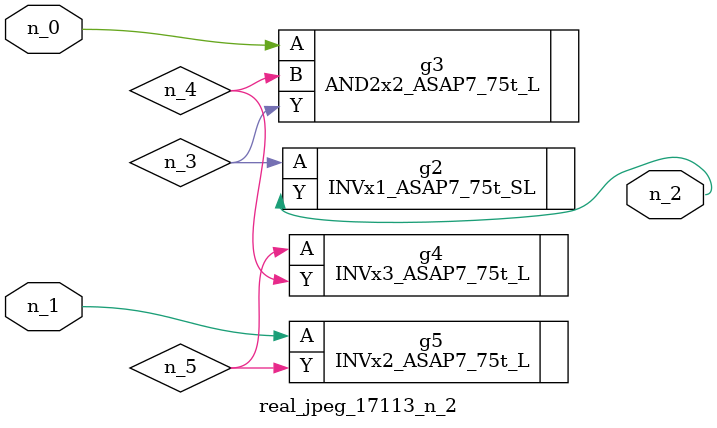
<source format=v>
module real_jpeg_17113_n_2 (n_1, n_0, n_2);

input n_1;
input n_0;

output n_2;

wire n_5;
wire n_4;
wire n_3;

AND2x2_ASAP7_75t_L g3 ( 
.A(n_0),
.B(n_4),
.Y(n_3)
);

INVx2_ASAP7_75t_L g5 ( 
.A(n_1),
.Y(n_5)
);

INVx1_ASAP7_75t_SL g2 ( 
.A(n_3),
.Y(n_2)
);

INVx3_ASAP7_75t_L g4 ( 
.A(n_5),
.Y(n_4)
);


endmodule
</source>
